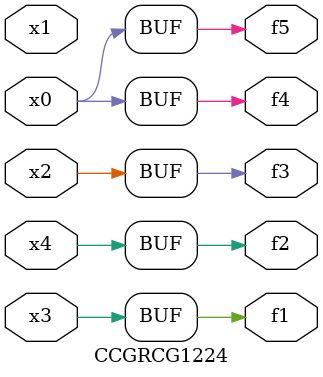
<source format=v>
module CCGRCG1224(
	input x0, x1, x2, x3, x4,
	output f1, f2, f3, f4, f5
);
	assign f1 = x3;
	assign f2 = x4;
	assign f3 = x2;
	assign f4 = x0;
	assign f5 = x0;
endmodule

</source>
